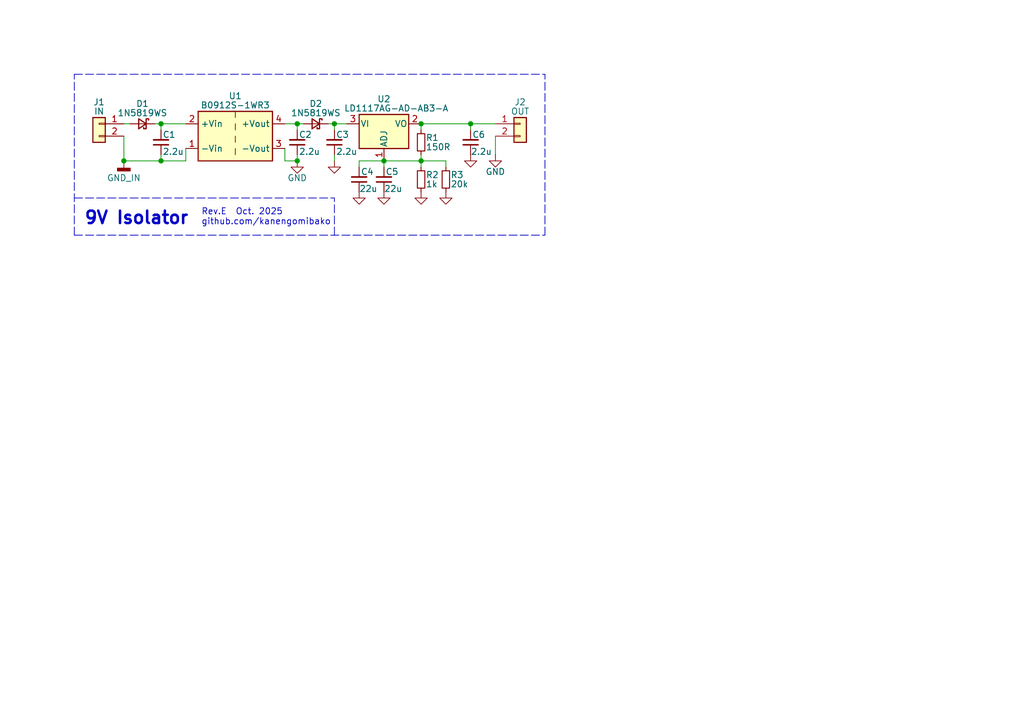
<source format=kicad_sch>
(kicad_sch (version 20250114) (generator "eeschema") (generator_version "9.0")
  (paper "A5")
  (lib_symbols
    (symbol "Connector_Generic:Conn_01x02" (pin_names (offset 1.016) (hide yes))
      (property "Reference" "J" (at 0 2.54 0))
      (property "Value" "Conn_01x02" (at 0 -5.08 0))
      (symbol "Conn_01x02_1_1"
        (rectangle (start -1.27 1.27) (end 1.27 -3.81) (stroke (width 0.254)) (fill (type background)))
        (rectangle (start -1.27 0.127) (end 0 -0.127) (stroke (width 0.1524)))
        (rectangle (start -1.27 -2.413) (end 0 -2.667) (stroke (width 0.1524)))
        (pin passive line (at -5.08 0 0) (length 3.81) (name "Pin_1") (number "1"))
        (pin passive line (at -5.08 -2.54 0) (length 3.81) (name "Pin_2") (number "2"))
      )
    )
    (symbol "Converter_DCDC:MEE1S0512SC"
      (property "Reference" "PS" (at -7.62 6.35 0))
      (property "Value" "MEE1S0512SC" (at 1.27 6.35 0))
      (symbol "MEE1S0512SC_0_0"
        (pin power_in line (at -10.16 2.54 0) (length 2.54) (name "+Vin") (number "2"))
        (pin power_in line (at -10.16 -2.54 0) (length 2.54) (name "-Vin") (number "1"))
        (pin power_out line (at 10.16 2.54 180) (length 2.54) (name "+Vout") (number "4"))
        (pin power_out line (at 10.16 -2.54 180) (length 2.54) (name "-Vout") (number "3"))
      )
      (symbol "MEE1S0512SC_0_1"
        (rectangle (start -7.62 5.08) (end 7.62 -5.08) (stroke (width 0.254)) (fill (type background)))
        (polyline (pts (xy 0 5.08) (xy 0 3.81)))
        (polyline (pts (xy 0 2.54) (xy 0 1.27)))
        (polyline (pts (xy 0 0) (xy 0 -1.27)))
        (polyline (pts (xy 0 -2.54) (xy 0 -3.81)))
      )
    )
    (symbol "Device:C_Small" (pin_numbers (hide yes)) (pin_names (offset 0.254) (hide yes))
      (property "Reference" "C" (at 0.254 1.778 0))
      (property "Value" "C_Small" (at 0.254 -2.032 0))
      (symbol "C_Small_0_1"
        (polyline (pts (xy -1.524 0.508) (xy 1.524 0.508)) (stroke (width 0.3048)))
        (polyline (pts (xy -1.524 -0.508) (xy 1.524 -0.508)) (stroke (width 0.3302)))
      )
      (symbol "C_Small_1_1"
        (pin passive line (at 0 2.54 270) (length 2.032) (name "~") (number "1"))
        (pin passive line (at 0 -2.54 90) (length 2.032) (name "~") (number "2"))
      )
    )
    (symbol "Device:D_Schottky_Small" (pin_numbers (hide yes)) (pin_names (offset 0.254) (hide yes))
      (property "Reference" "D" (at -1.27 2.032 0))
      (property "Value" "D_Schottky_Small" (at -7.112 -2.032 0))
      (symbol "D_Schottky_Small_0_1"
        (polyline (pts (xy -1.27 0.762) (xy -1.27 1.016) (xy -0.762 1.016) (xy -0.762 -1.016) (xy -0.254 -1.016) (xy -0.254 -0.762)) (stroke (width 0.254)))
        (polyline (pts (xy -0.762 0) (xy 0.762 0)))
        (polyline (pts (xy 0.762 -1.016) (xy -0.762 0) (xy 0.762 1.016) (xy 0.762 -1.016)) (stroke (width 0.254)))
      )
      (symbol "D_Schottky_Small_1_1"
        (pin passive line (at -2.54 0 0) (length 1.778) (name "K") (number "1"))
        (pin passive line (at 2.54 0 180) (length 1.778) (name "A") (number "2"))
      )
    )
    (symbol "Device:R_Small" (pin_numbers (hide yes)) (pin_names (offset 0.254) (hide yes))
      (property "Reference" "R" (at 0 0 90))
      (property "Value" "R_Small" (at 1.778 0 90))
      (symbol "R_Small_0_1"
        (rectangle (start -0.762 1.778) (end 0.762 -1.778) (stroke (width 0.2032)))
      )
      (symbol "R_Small_1_1"
        (pin passive line (at 0 2.54 270) (length 0.762) (name "~") (number "1"))
        (pin passive line (at 0 -2.54 90) (length 0.762) (name "~") (number "2"))
      )
    )
    (symbol "Regulator_Linear:LM317_TO-252" (pin_names (offset 0.254))
      (property "Reference" "U" (at -3.81 3.175 0))
      (property "Value" "LM317_TO-252" (at 0 3.175 0))
      (symbol "LM317_TO-252_0_1"
        (rectangle (start -5.08 1.905) (end 5.08 -5.08) (stroke (width 0.254)) (fill (type background)))
      )
      (symbol "LM317_TO-252_1_1"
        (pin power_in line (at -7.62 0 0) (length 2.54) (name "VI") (number "3"))
        (pin input line (at 0 -7.62 90) (length 2.54) (name "ADJ") (number "1"))
        (pin power_out line (at 7.62 0 180) (length 2.54) (name "VO") (number "2"))
      )
    )
    (symbol "power:GND" (power) (pin_numbers (hide yes)) (pin_names (offset 0) (hide yes))
      (property "Value" "GND" (at 0 -3.81 0))
      (symbol "GND_0_1"
        (polyline (pts (xy 0 0) (xy 0 -1.27) (xy 1.27 -1.27) (xy 0 -2.54) (xy -1.27 -1.27) (xy 0 -1.27)))
      )
      (symbol "GND_1_1"
        (pin power_in line (at 0 0 270) (length 0) (name "~") (number "1"))
      )
    )
    (symbol "power:GNDD" (power) (pin_numbers (hide yes)) (pin_names (offset 0) (hide yes))
      (property "Value" "GNDD" (at 0 -3.175 0))
      (symbol "GNDD_0_1"
        (rectangle (start -1.27 -1.524) (end 1.27 -2.032) (stroke (width 0.254)) (fill (type outline)))
        (polyline (pts (xy 0 0) (xy 0 -1.524)))
      )
      (symbol "GNDD_1_1"
        (pin power_in line (at 0 0 270) (length 0) (name "~") (number "1"))
      )
    )
  )
  (text "9V Isolator" (at 17.145 46.355 0) (effects (font (size 2.54 2.54) (thickness 0.508) (bold yes)) (justify left bottom)))
  (text "Rev.E  Oct. 2025\ngithub.com/kanengomibako" (at 41.275 46.355 0) (effects (font (size 1.27 1.27)) (justify left bottom)))
  (junction (at 33.02 33.02))
  (junction (at 68.58 25.4))
  (junction (at 78.74 33.02))
  (junction (at 86.36 33.02))
  (junction (at 60.96 33.02))
  (junction (at 25.4 33.02))
  (junction (at 60.96 25.4))
  (junction (at 96.52 25.4))
  (junction (at 86.36 25.4))
  (junction (at 33.02 25.4))
  (wire (pts (xy 96.52 25.4) (xy 96.52 26.67)))
  (wire (pts (xy 60.96 31.75) (xy 60.96 33.02)))
  (polyline (pts (xy 15.24 40.64) (xy 68.58 40.64)) (stroke (width 0) (type dash)))
  (wire (pts (xy 101.6 27.94) (xy 101.6 31.75)))
  (wire (pts (xy 68.58 31.75) (xy 68.58 33.02)))
  (wire (pts (xy 33.02 25.4) (xy 33.02 26.67)))
  (wire (pts (xy 91.44 33.02) (xy 91.44 34.29)))
  (wire (pts (xy 58.42 33.02) (xy 60.96 33.02)))
  (wire (pts (xy 58.42 25.4) (xy 60.96 25.4)))
  (polyline (pts (xy 15.24 48.26) (xy 15.24 15.24)) (stroke (width 0) (type dash)))
  (wire (pts (xy 86.36 33.02) (xy 86.36 34.29)))
  (wire (pts (xy 78.74 33.02) (xy 86.36 33.02)))
  (wire (pts (xy 31.75 25.4) (xy 33.02 25.4)))
  (wire (pts (xy 86.36 33.02) (xy 91.44 33.02)))
  (wire (pts (xy 25.4 33.02) (xy 33.02 33.02)))
  (wire (pts (xy 38.1 30.48) (xy 38.1 33.02)))
  (wire (pts (xy 86.36 25.4) (xy 86.36 26.67)))
  (polyline (pts (xy 111.76 48.26) (xy 111.76 15.24)) (stroke (width 0) (type dash)))
  (wire (pts (xy 73.66 33.02) (xy 73.66 34.29)))
  (wire (pts (xy 33.02 33.02) (xy 38.1 33.02)))
  (wire (pts (xy 58.42 30.48) (xy 58.42 33.02)))
  (wire (pts (xy 60.96 25.4) (xy 62.23 25.4)))
  (polyline (pts (xy 15.24 15.24) (xy 111.76 15.24)) (stroke (width 0) (type dash)))
  (wire (pts (xy 96.52 25.4) (xy 101.6 25.4)))
  (wire (pts (xy 33.02 31.75) (xy 33.02 33.02)))
  (wire (pts (xy 33.02 25.4) (xy 38.1 25.4)))
  (wire (pts (xy 86.36 31.75) (xy 86.36 33.02)))
  (polyline (pts (xy 15.24 48.26) (xy 111.76 48.26)) (stroke (width 0) (type dash)))
  (wire (pts (xy 60.96 25.4) (xy 60.96 26.67)))
  (polyline (pts (xy 68.58 48.26) (xy 68.58 40.64)) (stroke (width 0) (type dash)))
  (wire (pts (xy 67.31 25.4) (xy 68.58 25.4)))
  (wire (pts (xy 86.36 25.4) (xy 96.52 25.4)))
  (wire (pts (xy 25.4 33.02) (xy 25.4 27.94)))
  (wire (pts (xy 78.74 33.02) (xy 78.74 34.29)))
  (wire (pts (xy 68.58 25.4) (xy 68.58 26.67)))
  (wire (pts (xy 73.66 33.02) (xy 78.74 33.02)))
  (wire (pts (xy 68.58 25.4) (xy 71.12 25.4)))
  (wire (pts (xy 25.4 25.4) (xy 26.67 25.4)))
  (symbol (lib_id "Device:D_Schottky_Small") (at 29.21 25.4 0) (mirror y) (unit 1)
    (property "Reference" "D1" (at 29.21 21.2725 0))
    (property "Value" "1N5819WS" (at 29.21 23.1775 0))
    (property "Footprint" "myFoot:my_D_SOD-323" (effects (hide yes)))
    (property "Datasheet" "1N5819WS" (effects (hide yes)))
    (property "MPN" "C191023" (effects (hide yes)))
  )
  (symbol (lib_id "Device:C_Small") (at 60.96 29.21 180) (unit 1)
    (property "Reference" "C2" (at 61.2775 27.6225 0) (effects (justify right)))
    (property "Value" "2.2u" (at 61.2775 31.115 0) (effects (justify right)))
    (property "Footprint" "Capacitor_SMD:C_0805_2012Metric" (effects (hide yes)))
    (property "Datasheet" "CL21A225KBQNNNE" (effects (hide yes)))
    (property "MPN" "C377773" (effects (hide yes)))
  )
  (symbol (lib_id "Regulator_Linear:LM317_TO-252") (at 78.74 25.4 0) (unit 1)
    (property "Reference" "U2" (at 78.74 20.32 0))
    (property "Value" "LD1117AG-AD-AB3-A" (at 81.28 22.225 0))
    (property "Footprint" "myFoot:SOT-89-3-rotate" (effects (hide yes)))
    (property "Datasheet" "LD1117AG-AD-AB3-A-R" (effects (hide yes)))
    (property "MPN" "C80540" (effects (hide yes)))
  )
  (symbol (lib_id "Device:C_Small") (at 78.74 36.83 180) (unit 1)
    (property "Reference" "C5" (at 79.0575 35.2425 0) (effects (justify right)))
    (property "Value" "22u" (at 78.74 38.735 0) (effects (justify right)))
    (property "Footprint" "Capacitor_SMD:C_0805_2012Metric" (effects (hide yes)))
    (property "Datasheet" "CL21A226MAQNNNE" (effects (hide yes)))
    (property "MPN" "C45783" (effects (hide yes)))
  )
  (symbol (lib_id "power:GND") (at 96.52 31.75 0) (unit 1)
    (property "Reference" "#PWR010" (effects (hide yes)))
    (property "Value" "GND" (effects (hide yes)))
    (property "Description" "Power symbol creates a global label with name \"GND\" , ground" (effects (hide yes)))
  )
  (symbol (lib_id "power:GND") (at 60.96 33.02 0) (unit 1)
    (property "Reference" "#PWR04" (effects (hide yes)))
    (property "Value" "GND" (at 60.96 36.5125 0))
    (property "Description" "Power symbol creates a global label with name \"GND\" , ground" (effects (hide yes)))
  )
  (symbol (lib_id "power:GND") (at 91.44 39.37 0) (unit 1)
    (property "Reference" "#PWR02" (effects (hide yes)))
    (property "Value" "GND" (effects (hide yes)))
    (property "Description" "Power symbol creates a global label with name \"GND\" , ground" (effects (hide yes)))
  )
  (symbol (lib_id "Device:C_Small") (at 73.66 36.83 180) (unit 1)
    (property "Reference" "C4" (at 73.9775 35.2425 0) (effects (justify right)))
    (property "Value" "22u" (at 73.66 38.735 0) (effects (justify right)))
    (property "Footprint" "Capacitor_SMD:C_0805_2012Metric" (effects (hide yes)))
    (property "Datasheet" "CL21A226MAQNNNE" (effects (hide yes)))
    (property "MPN" "C45783" (effects (hide yes)))
  )
  (symbol (lib_id "power:GND") (at 78.74 39.37 0) (unit 1)
    (property "Reference" "#PWR07" (effects (hide yes)))
    (property "Value" "GND" (effects (hide yes)))
    (property "Description" "Power symbol creates a global label with name \"GND\" , ground" (effects (hide yes)))
  )
  (symbol (lib_id "Device:R_Small") (at 91.44 36.83 0) (unit 1)
    (property "Reference" "R3" (at 92.3925 35.8775 0) (effects (justify left)))
    (property "Value" "20k" (at 92.3925 37.7825 0) (effects (justify left)))
    (property "Footprint" "Resistor_SMD:R_0603_1608Metric" (effects (hide yes)))
    (property "Description" "Resistor, small symbol" (effects (hide yes)))
    (property "MPN" "C4184" (effects (hide yes)))
  )
  (symbol (lib_id "Device:C_Small") (at 33.02 29.21 180) (unit 1)
    (property "Reference" "C1" (at 33.3375 27.6225 0) (effects (justify right)))
    (property "Value" "2.2u" (at 33.3375 31.115 0) (effects (justify right)))
    (property "Footprint" "Capacitor_SMD:C_0805_2012Metric" (effects (hide yes)))
    (property "Datasheet" "CL21A225KBQNNNE" (effects (hide yes)))
    (property "MPN" "C377773" (effects (hide yes)))
  )
  (symbol (lib_id "power:GND") (at 101.6 31.75 0) (unit 1)
    (property "Reference" "#PWR011" (effects (hide yes)))
    (property "Value" "GND" (at 101.6 35.2425 0))
    (property "Description" "Power symbol creates a global label with name \"GND\" , ground" (effects (hide yes)))
  )
  (symbol (lib_id "power:GND") (at 73.66 39.37 0) (unit 1)
    (property "Reference" "#PWR06" (effects (hide yes)))
    (property "Value" "GND" (effects (hide yes)))
    (property "Description" "Power symbol creates a global label with name \"GND\" , ground" (effects (hide yes)))
  )
  (symbol (lib_id "Device:C_Small") (at 68.58 29.21 180) (unit 1)
    (property "Reference" "C3" (at 68.8975 27.6225 0) (effects (justify right)))
    (property "Value" "2.2u" (at 68.8975 31.115 0) (effects (justify right)))
    (property "Footprint" "Capacitor_SMD:C_0805_2012Metric" (effects (hide yes)))
    (property "Datasheet" "CL21A225KBQNNNE" (effects (hide yes)))
    (property "MPN" "C377773" (effects (hide yes)))
  )
  (symbol (lib_id "Device:D_Schottky_Small") (at 64.77 25.4 0) (mirror y) (unit 1)
    (property "Reference" "D2" (at 64.77 21.2725 0))
    (property "Value" "1N5819WS" (at 64.77 23.1775 0))
    (property "Footprint" "myFoot:my_D_SOD-323" (effects (hide yes)))
    (property "Datasheet" "1N5819WS" (effects (hide yes)))
    (property "MPN" "C191023" (effects (hide yes)))
  )
  (symbol (lib_id "Connector_Generic:Conn_01x02") (at 20.32 25.4 0) (mirror y) (unit 1)
    (property "Reference" "J1" (at 20.32 20.955 0))
    (property "Value" "IN" (at 20.32 22.86 0))
    (property "Footprint" "myFoot:my_conn" (effects (hide yes)))
  )
  (symbol (lib_id "Device:R_Small") (at 86.36 36.83 0) (unit 1)
    (property "Reference" "R2" (at 87.3125 35.8775 0) (effects (justify left)))
    (property "Value" "1k" (at 87.3125 37.7825 0) (effects (justify left)))
    (property "Footprint" "Resistor_SMD:R_0805_2012Metric" (effects (hide yes)))
    (property "Description" "Resistor, small symbol" (effects (hide yes)))
    (property "MPN" "C17513" (effects (hide yes)))
  )
  (symbol (lib_id "Device:R_Small") (at 86.36 29.21 0) (unit 1)
    (property "Reference" "R1" (at 87.3125 28.2575 0) (effects (justify left)))
    (property "Value" "150R" (at 87.3125 30.1625 0) (effects (justify left)))
    (property "Footprint" "Resistor_SMD:R_0603_1608Metric" (effects (hide yes)))
    (property "Description" "Resistor, small symbol" (effects (hide yes)))
    (property "MPN" "C22808" (effects (hide yes)))
  )
  (symbol (lib_id "Converter_DCDC:MEE1S0512SC") (at 48.26 27.94 0) (unit 1)
    (property "Reference" "U1" (at 48.26 19.685 0))
    (property "Value" "B0912S-1WR3" (at 48.26 21.59 0))
    (property "Footprint" "Converter_DCDC:Converter_DCDC_Murata_MEE1SxxxxSC_THT" (effects (hide yes)))
    (property "Datasheet" "B0912S-1WR3" (effects (hide yes)))
    (property "MPN" "C19272674" (effects (hide yes)))
  )
  (symbol (lib_id "power:GND") (at 86.36 39.37 0) (unit 1)
    (property "Reference" "#PWR08" (effects (hide yes)))
    (property "Value" "GND" (effects (hide yes)))
    (property "Description" "Power symbol creates a global label with name \"GND\" , ground" (effects (hide yes)))
  )
  (symbol (lib_id "Device:C_Small") (at 96.52 29.21 180) (unit 1)
    (property "Reference" "C6" (at 96.8375 27.6225 0) (effects (justify right)))
    (property "Value" "2.2u" (at 96.52 31.115 0) (effects (justify right)))
    (property "Footprint" "Capacitor_SMD:C_0805_2012Metric" (effects (hide yes)))
    (property "Datasheet" "CL21A225KBQNNNE" (effects (hide yes)))
    (property "MPN" "C377773" (effects (hide yes)))
  )
  (symbol (lib_id "power:GND") (at 68.58 33.02 0) (unit 1)
    (property "Reference" "#PWR05" (effects (hide yes)))
    (property "Value" "GND" (effects (hide yes)))
    (property "Description" "Power symbol creates a global label with name \"GND\" , ground" (effects (hide yes)))
  )
  (symbol (lib_id "power:GNDD") (at 25.4 33.02 0) (unit 1)
    (property "Reference" "#PWR01" (effects (hide yes)))
    (property "Value" "GND_IN" (at 25.4 36.5125 0))
    (property "Description" "Power symbol creates a global label with name \"GNDD\" , digital ground" (effects (hide yes)))
  )
  (symbol (lib_id "Connector_Generic:Conn_01x02") (at 106.68 25.4 0) (unit 1)
    (property "Reference" "J2" (at 106.68 20.955 0))
    (property "Value" "OUT" (at 106.68 22.86 0))
    (property "Footprint" "myFoot:my_conn" (effects (hide yes)))
  )
)
</source>
